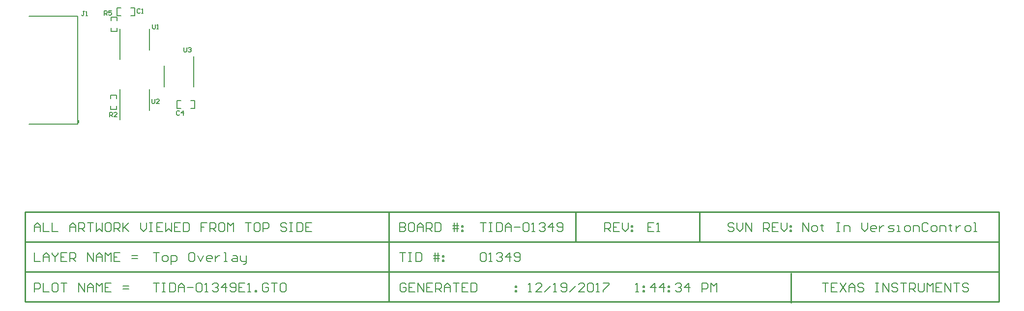
<source format=gto>
G04 Layer_Color=65535*
%FSAX25Y25*%
%MOIN*%
G70*
G01*
G75*
%ADD14C,0.00800*%
%ADD16C,0.01000*%
%ADD23C,0.00787*%
%ADD24C,0.00700*%
%ADD25C,0.00600*%
%ADD26R,0.01047X0.01956*%
G54D14*
X0126900Y0073549D02*
X0130899D01*
X0128899D01*
Y0067551D01*
X0133898D02*
X0135897D01*
X0136897Y0068550D01*
Y0070550D01*
X0135897Y0071549D01*
X0133898D01*
X0132898Y0070550D01*
Y0068550D01*
X0133898Y0067551D01*
X0138896Y0065551D02*
Y0071549D01*
X0141895D01*
X0142895Y0070550D01*
Y0068550D01*
X0141895Y0067551D01*
X0138896D01*
X0153891Y0073549D02*
X0151892D01*
X0150892Y0072549D01*
Y0068550D01*
X0151892Y0067551D01*
X0153891D01*
X0154891Y0068550D01*
Y0072549D01*
X0153891Y0073549D01*
X0156890Y0071549D02*
X0158890Y0067551D01*
X0160889Y0071549D01*
X0165887Y0067551D02*
X0163888D01*
X0162888Y0068550D01*
Y0070550D01*
X0163888Y0071549D01*
X0165887D01*
X0166887Y0070550D01*
Y0069550D01*
X0162888D01*
X0168886Y0071549D02*
Y0067551D01*
Y0069550D01*
X0169886Y0070550D01*
X0170886Y0071549D01*
X0171885D01*
X0174884Y0067551D02*
X0176884D01*
X0175884D01*
Y0073549D01*
X0174884D01*
X0180883Y0071549D02*
X0182882D01*
X0183882Y0070550D01*
Y0067551D01*
X0180883D01*
X0179883Y0068550D01*
X0180883Y0069550D01*
X0183882D01*
X0185881Y0071549D02*
Y0068550D01*
X0186881Y0067551D01*
X0189880D01*
Y0066551D01*
X0188880Y0065551D01*
X0187880D01*
X0189880Y0067551D02*
Y0071549D01*
X0567400Y0087833D02*
Y0093831D01*
X0571399Y0087833D01*
Y0093831D01*
X0574398Y0087833D02*
X0576397D01*
X0577397Y0088833D01*
Y0090832D01*
X0576397Y0091832D01*
X0574398D01*
X0573398Y0090832D01*
Y0088833D01*
X0574398Y0087833D01*
X0580396Y0092832D02*
Y0091832D01*
X0579396D01*
X0581395D01*
X0580396D01*
Y0088833D01*
X0581395Y0087833D01*
X0590393Y0093831D02*
X0592392D01*
X0591392D01*
Y0087833D01*
X0590393D01*
X0592392D01*
X0595391D02*
Y0091832D01*
X0598390D01*
X0599390Y0090832D01*
Y0087833D01*
X0607387Y0093831D02*
Y0089833D01*
X0609386Y0087833D01*
X0611386Y0089833D01*
Y0093831D01*
X0616384Y0087833D02*
X0614385D01*
X0613385Y0088833D01*
Y0090832D01*
X0614385Y0091832D01*
X0616384D01*
X0617384Y0090832D01*
Y0089833D01*
X0613385D01*
X0619383Y0091832D02*
Y0087833D01*
Y0089833D01*
X0620383Y0090832D01*
X0621383Y0091832D01*
X0622382D01*
X0625381Y0087833D02*
X0628380D01*
X0629380Y0088833D01*
X0628380Y0089833D01*
X0626381D01*
X0625381Y0090832D01*
X0626381Y0091832D01*
X0629380D01*
X0631379Y0087833D02*
X0633379D01*
X0632379D01*
Y0091832D01*
X0631379D01*
X0637377Y0087833D02*
X0639377D01*
X0640376Y0088833D01*
Y0090832D01*
X0639377Y0091832D01*
X0637377D01*
X0636378Y0090832D01*
Y0088833D01*
X0637377Y0087833D01*
X0642376D02*
Y0091832D01*
X0645375D01*
X0646374Y0090832D01*
Y0087833D01*
X0652373Y0092832D02*
X0651373Y0093831D01*
X0649373D01*
X0648374Y0092832D01*
Y0088833D01*
X0649373Y0087833D01*
X0651373D01*
X0652373Y0088833D01*
X0655372Y0087833D02*
X0657371D01*
X0658371Y0088833D01*
Y0090832D01*
X0657371Y0091832D01*
X0655372D01*
X0654372Y0090832D01*
Y0088833D01*
X0655372Y0087833D01*
X0660370D02*
Y0091832D01*
X0663369D01*
X0664369Y0090832D01*
Y0087833D01*
X0667368Y0092832D02*
Y0091832D01*
X0666368D01*
X0668367D01*
X0667368D01*
Y0088833D01*
X0668367Y0087833D01*
X0671366Y0091832D02*
Y0087833D01*
Y0089833D01*
X0672366Y0090832D01*
X0673366Y0091832D01*
X0674365D01*
X0678364Y0087833D02*
X0680364D01*
X0681363Y0088833D01*
Y0090832D01*
X0680364Y0091832D01*
X0678364D01*
X0677364Y0090832D01*
Y0088833D01*
X0678364Y0087833D01*
X0683362D02*
X0685362D01*
X0684362D01*
Y0093831D01*
X0683362D01*
X0520799Y0092832D02*
X0519799Y0093831D01*
X0517800D01*
X0516800Y0092832D01*
Y0091832D01*
X0517800Y0090832D01*
X0519799D01*
X0520799Y0089833D01*
Y0088833D01*
X0519799Y0087833D01*
X0517800D01*
X0516800Y0088833D01*
X0522798Y0093831D02*
Y0089833D01*
X0524797Y0087833D01*
X0526797Y0089833D01*
Y0093831D01*
X0528796Y0087833D02*
Y0093831D01*
X0532795Y0087833D01*
Y0093831D01*
X0540792Y0087833D02*
Y0093831D01*
X0543791D01*
X0544791Y0092832D01*
Y0090832D01*
X0543791Y0089833D01*
X0540792D01*
X0542792D02*
X0544791Y0087833D01*
X0550789Y0093831D02*
X0546790D01*
Y0087833D01*
X0550789D01*
X0546790Y0090832D02*
X0548790D01*
X0552788Y0093831D02*
Y0089833D01*
X0554788Y0087833D01*
X0556787Y0089833D01*
Y0093831D01*
X0558786Y0091832D02*
X0559786D01*
Y0090832D01*
X0558786D01*
Y0091832D01*
Y0088833D02*
X0559786D01*
Y0087833D01*
X0558786D01*
Y0088833D01*
X0433000Y0087833D02*
Y0093831D01*
X0435999D01*
X0436999Y0092832D01*
Y0090832D01*
X0435999Y0089833D01*
X0433000D01*
X0434999D02*
X0436999Y0087833D01*
X0442997Y0093831D02*
X0438998D01*
Y0087833D01*
X0442997D01*
X0438998Y0090832D02*
X0440997D01*
X0444996Y0093831D02*
Y0089833D01*
X0446995Y0087833D01*
X0448995Y0089833D01*
Y0093831D01*
X0450994Y0091832D02*
X0451994D01*
Y0090832D01*
X0450994D01*
Y0091832D01*
Y0088833D02*
X0451994D01*
Y0087833D01*
X0450994D01*
Y0088833D01*
X0126900Y0052965D02*
X0130899D01*
X0128899D01*
Y0046966D01*
X0132898Y0052965D02*
X0134897D01*
X0133898D01*
Y0046966D01*
X0132898D01*
X0134897D01*
X0137896Y0052965D02*
Y0046966D01*
X0140895D01*
X0141895Y0047966D01*
Y0051965D01*
X0140895Y0052965D01*
X0137896D01*
X0143895Y0046966D02*
Y0050965D01*
X0145894Y0052965D01*
X0147893Y0050965D01*
Y0046966D01*
Y0049966D01*
X0143895D01*
X0149893D02*
X0153891D01*
X0155891Y0051965D02*
X0156890Y0052965D01*
X0158890D01*
X0159889Y0051965D01*
Y0047966D01*
X0158890Y0046966D01*
X0156890D01*
X0155891Y0047966D01*
Y0051965D01*
X0161889Y0046966D02*
X0163888D01*
X0162888D01*
Y0052965D01*
X0161889Y0051965D01*
X0166887D02*
X0167887Y0052965D01*
X0169886D01*
X0170886Y0051965D01*
Y0050965D01*
X0169886Y0049966D01*
X0168886D01*
X0169886D01*
X0170886Y0048966D01*
Y0047966D01*
X0169886Y0046966D01*
X0167887D01*
X0166887Y0047966D01*
X0175884Y0046966D02*
Y0052965D01*
X0172885Y0049966D01*
X0176884D01*
X0178883Y0047966D02*
X0179883Y0046966D01*
X0181882D01*
X0182882Y0047966D01*
Y0051965D01*
X0181882Y0052965D01*
X0179883D01*
X0178883Y0051965D01*
Y0050965D01*
X0179883Y0049966D01*
X0182882D01*
X0188880Y0052965D02*
X0184881D01*
Y0046966D01*
X0188880D01*
X0184881Y0049966D02*
X0186881D01*
X0190879Y0046966D02*
X0192879D01*
X0191879D01*
Y0052965D01*
X0190879Y0051965D01*
X0195878Y0046966D02*
Y0047966D01*
X0196877D01*
Y0046966D01*
X0195878D01*
X0204875Y0051965D02*
X0203875Y0052965D01*
X0201876D01*
X0200876Y0051965D01*
Y0047966D01*
X0201876Y0046966D01*
X0203875D01*
X0204875Y0047966D01*
Y0049966D01*
X0202875D01*
X0206874Y0052965D02*
X0210873D01*
X0208874D01*
Y0046966D01*
X0215871Y0052965D02*
X0213872D01*
X0212872Y0051965D01*
Y0047966D01*
X0213872Y0046966D01*
X0215871D01*
X0216871Y0047966D01*
Y0051965D01*
X0215871Y0052965D01*
X0381150Y0046966D02*
X0383149D01*
X0382150D01*
Y0052965D01*
X0381150Y0051965D01*
X0390147Y0046966D02*
X0386148D01*
X0390147Y0050965D01*
Y0051965D01*
X0389147Y0052965D01*
X0387148D01*
X0386148Y0051965D01*
X0392146Y0046966D02*
X0396145Y0050965D01*
X0398145Y0046966D02*
X0400144D01*
X0399144D01*
Y0052965D01*
X0398145Y0051965D01*
X0403143Y0047966D02*
X0404143Y0046966D01*
X0406142D01*
X0407142Y0047966D01*
Y0051965D01*
X0406142Y0052965D01*
X0404143D01*
X0403143Y0051965D01*
Y0050965D01*
X0404143Y0049966D01*
X0407142D01*
X0409141Y0046966D02*
X0413140Y0050965D01*
X0419138Y0046966D02*
X0415139D01*
X0419138Y0050965D01*
Y0051965D01*
X0418138Y0052965D01*
X0416139D01*
X0415139Y0051965D01*
X0421137D02*
X0422137Y0052965D01*
X0424136D01*
X0425136Y0051965D01*
Y0047966D01*
X0424136Y0046966D01*
X0422137D01*
X0421137Y0047966D01*
Y0051965D01*
X0427135Y0046966D02*
X0429135D01*
X0428135D01*
Y0052965D01*
X0427135Y0051965D01*
X0432133Y0052965D02*
X0436132D01*
Y0051965D01*
X0432133Y0047966D01*
Y0046966D01*
X0298199Y0051965D02*
X0297199Y0052965D01*
X0295200D01*
X0294200Y0051965D01*
Y0047966D01*
X0295200Y0046966D01*
X0297199D01*
X0298199Y0047966D01*
Y0049966D01*
X0296199D01*
X0304197Y0052965D02*
X0300198D01*
Y0046966D01*
X0304197D01*
X0300198Y0049966D02*
X0302197D01*
X0306196Y0046966D02*
Y0052965D01*
X0310195Y0046966D01*
Y0052965D01*
X0316193D02*
X0312194D01*
Y0046966D01*
X0316193D01*
X0312194Y0049966D02*
X0314194D01*
X0318192Y0046966D02*
Y0052965D01*
X0321191D01*
X0322191Y0051965D01*
Y0049966D01*
X0321191Y0048966D01*
X0318192D01*
X0320192D02*
X0322191Y0046966D01*
X0324190D02*
Y0050965D01*
X0326190Y0052965D01*
X0328189Y0050965D01*
Y0046966D01*
Y0049966D01*
X0324190D01*
X0330188Y0052965D02*
X0334187D01*
X0332188D01*
Y0046966D01*
X0340185Y0052965D02*
X0336186D01*
Y0046966D01*
X0340185D01*
X0336186Y0049966D02*
X0338186D01*
X0342184Y0052965D02*
Y0046966D01*
X0345183D01*
X0346183Y0047966D01*
Y0051965D01*
X0345183Y0052965D01*
X0342184D01*
X0372175Y0050965D02*
X0373175D01*
Y0049966D01*
X0372175D01*
Y0050965D01*
Y0047966D02*
X0373175D01*
Y0046966D01*
X0372175D01*
Y0047966D01*
X0046350Y0087833D02*
Y0091832D01*
X0048349Y0093831D01*
X0050349Y0091832D01*
Y0087833D01*
Y0090832D01*
X0046350D01*
X0052348Y0093831D02*
Y0087833D01*
X0056347D01*
X0058346Y0093831D02*
Y0087833D01*
X0062345D01*
X0070342D02*
Y0091832D01*
X0072342Y0093831D01*
X0074341Y0091832D01*
Y0087833D01*
Y0090832D01*
X0070342D01*
X0076340Y0087833D02*
Y0093831D01*
X0079339D01*
X0080339Y0092832D01*
Y0090832D01*
X0079339Y0089833D01*
X0076340D01*
X0078340D02*
X0080339Y0087833D01*
X0082338Y0093831D02*
X0086337D01*
X0084338D01*
Y0087833D01*
X0088336Y0093831D02*
Y0087833D01*
X0090336Y0089833D01*
X0092335Y0087833D01*
Y0093831D01*
X0097334D02*
X0095334D01*
X0094335Y0092832D01*
Y0088833D01*
X0095334Y0087833D01*
X0097334D01*
X0098333Y0088833D01*
Y0092832D01*
X0097334Y0093831D01*
X0100332Y0087833D02*
Y0093831D01*
X0103332D01*
X0104331Y0092832D01*
Y0090832D01*
X0103332Y0089833D01*
X0100332D01*
X0102332D02*
X0104331Y0087833D01*
X0106331Y0093831D02*
Y0087833D01*
Y0089833D01*
X0110329Y0093831D01*
X0107330Y0090832D01*
X0110329Y0087833D01*
X0118327Y0093831D02*
Y0089833D01*
X0120326Y0087833D01*
X0122325Y0089833D01*
Y0093831D01*
X0124325D02*
X0126324D01*
X0125324D01*
Y0087833D01*
X0124325D01*
X0126324D01*
X0133322Y0093831D02*
X0129323D01*
Y0087833D01*
X0133322D01*
X0129323Y0090832D02*
X0131323D01*
X0135321Y0093831D02*
Y0087833D01*
X0137321Y0089833D01*
X0139320Y0087833D01*
Y0093831D01*
X0145318D02*
X0141319D01*
Y0087833D01*
X0145318D01*
X0141319Y0090832D02*
X0143319D01*
X0147317Y0093831D02*
Y0087833D01*
X0150316D01*
X0151316Y0088833D01*
Y0092832D01*
X0150316Y0093831D01*
X0147317D01*
X0163312D02*
X0159313D01*
Y0090832D01*
X0161313D01*
X0159313D01*
Y0087833D01*
X0165312D02*
Y0093831D01*
X0168310D01*
X0169310Y0092832D01*
Y0090832D01*
X0168310Y0089833D01*
X0165312D01*
X0167311D02*
X0169310Y0087833D01*
X0174309Y0093831D02*
X0172309D01*
X0171310Y0092832D01*
Y0088833D01*
X0172309Y0087833D01*
X0174309D01*
X0175308Y0088833D01*
Y0092832D01*
X0174309Y0093831D01*
X0177308Y0087833D02*
Y0093831D01*
X0179307Y0091832D01*
X0181306Y0093831D01*
Y0087833D01*
X0189304Y0093831D02*
X0193303D01*
X0191303D01*
Y0087833D01*
X0198301Y0093831D02*
X0196301D01*
X0195302Y0092832D01*
Y0088833D01*
X0196301Y0087833D01*
X0198301D01*
X0199301Y0088833D01*
Y0092832D01*
X0198301Y0093831D01*
X0201300Y0087833D02*
Y0093831D01*
X0204299D01*
X0205299Y0092832D01*
Y0090832D01*
X0204299Y0089833D01*
X0201300D01*
X0217295Y0092832D02*
X0216295Y0093831D01*
X0214296D01*
X0213296Y0092832D01*
Y0091832D01*
X0214296Y0090832D01*
X0216295D01*
X0217295Y0089833D01*
Y0088833D01*
X0216295Y0087833D01*
X0214296D01*
X0213296Y0088833D01*
X0219294Y0093831D02*
X0221293D01*
X0220294D01*
Y0087833D01*
X0219294D01*
X0221293D01*
X0224292Y0093831D02*
Y0087833D01*
X0227291D01*
X0228291Y0088833D01*
Y0092832D01*
X0227291Y0093831D01*
X0224292D01*
X0234289D02*
X0230291D01*
Y0087833D01*
X0234289D01*
X0230291Y0090832D02*
X0232290D01*
X0466149Y0093831D02*
X0462150D01*
Y0087833D01*
X0466149D01*
X0462150Y0090832D02*
X0464149D01*
X0468148Y0087833D02*
X0470147D01*
X0469148D01*
Y0093831D01*
X0468148Y0092832D01*
X0348550Y0093831D02*
X0352549D01*
X0350549D01*
Y0087833D01*
X0354548Y0093831D02*
X0356547D01*
X0355548D01*
Y0087833D01*
X0354548D01*
X0356547D01*
X0359546Y0093831D02*
Y0087833D01*
X0362545D01*
X0363545Y0088833D01*
Y0092832D01*
X0362545Y0093831D01*
X0359546D01*
X0365545Y0087833D02*
Y0091832D01*
X0367544Y0093831D01*
X0369543Y0091832D01*
Y0087833D01*
Y0090832D01*
X0365545D01*
X0371543D02*
X0375541D01*
X0377541Y0092832D02*
X0378540Y0093831D01*
X0380540D01*
X0381539Y0092832D01*
Y0088833D01*
X0380540Y0087833D01*
X0378540D01*
X0377541Y0088833D01*
Y0092832D01*
X0383539Y0087833D02*
X0385538D01*
X0384538D01*
Y0093831D01*
X0383539Y0092832D01*
X0388537D02*
X0389537Y0093831D01*
X0391536D01*
X0392536Y0092832D01*
Y0091832D01*
X0391536Y0090832D01*
X0390536D01*
X0391536D01*
X0392536Y0089833D01*
Y0088833D01*
X0391536Y0087833D01*
X0389537D01*
X0388537Y0088833D01*
X0397534Y0087833D02*
Y0093831D01*
X0394535Y0090832D01*
X0398534D01*
X0400533Y0088833D02*
X0401533Y0087833D01*
X0403532D01*
X0404532Y0088833D01*
Y0092832D01*
X0403532Y0093831D01*
X0401533D01*
X0400533Y0092832D01*
Y0091832D01*
X0401533Y0090832D01*
X0404532D01*
X0294000Y0093831D02*
Y0087833D01*
X0296999D01*
X0297999Y0088833D01*
Y0089833D01*
X0296999Y0090832D01*
X0294000D01*
X0296999D01*
X0297999Y0091832D01*
Y0092832D01*
X0296999Y0093831D01*
X0294000D01*
X0302997D02*
X0300998D01*
X0299998Y0092832D01*
Y0088833D01*
X0300998Y0087833D01*
X0302997D01*
X0303997Y0088833D01*
Y0092832D01*
X0302997Y0093831D01*
X0305996Y0087833D02*
Y0091832D01*
X0307996Y0093831D01*
X0309995Y0091832D01*
Y0087833D01*
Y0090832D01*
X0305996D01*
X0311994Y0087833D02*
Y0093831D01*
X0314993D01*
X0315993Y0092832D01*
Y0090832D01*
X0314993Y0089833D01*
X0311994D01*
X0313994D02*
X0315993Y0087833D01*
X0317992Y0093831D02*
Y0087833D01*
X0320991D01*
X0321991Y0088833D01*
Y0092832D01*
X0320991Y0093831D01*
X0317992D01*
X0330988Y0087833D02*
Y0093831D01*
X0332987D02*
Y0087833D01*
X0329988Y0091832D02*
X0332987D01*
X0333987D01*
X0329988Y0089833D02*
X0333987D01*
X0335986Y0091832D02*
X0336986D01*
Y0090832D01*
X0335986D01*
Y0091832D01*
Y0088833D02*
X0336986D01*
Y0087833D01*
X0335986D01*
Y0088833D01*
X0046350Y0073549D02*
Y0067551D01*
X0050349D01*
X0052348D02*
Y0071549D01*
X0054347Y0073549D01*
X0056347Y0071549D01*
Y0067551D01*
Y0070550D01*
X0052348D01*
X0058346Y0073549D02*
Y0072549D01*
X0060346Y0070550D01*
X0062345Y0072549D01*
Y0073549D01*
X0060346Y0070550D02*
Y0067551D01*
X0068343Y0073549D02*
X0064344D01*
Y0067551D01*
X0068343D01*
X0064344Y0070550D02*
X0066343D01*
X0070342Y0067551D02*
Y0073549D01*
X0073341D01*
X0074341Y0072549D01*
Y0070550D01*
X0073341Y0069550D01*
X0070342D01*
X0072342D02*
X0074341Y0067551D01*
X0082338D02*
Y0073549D01*
X0086337Y0067551D01*
Y0073549D01*
X0088336Y0067551D02*
Y0071549D01*
X0090336Y0073549D01*
X0092335Y0071549D01*
Y0067551D01*
Y0070550D01*
X0088336D01*
X0094335Y0067551D02*
Y0073549D01*
X0096334Y0071549D01*
X0098333Y0073549D01*
Y0067551D01*
X0104331Y0073549D02*
X0100332D01*
Y0067551D01*
X0104331D01*
X0100332Y0070550D02*
X0102332D01*
X0112329Y0069550D02*
X0116327D01*
X0112329Y0071549D02*
X0116327D01*
X0046350Y0046966D02*
Y0052965D01*
X0049349D01*
X0050349Y0051965D01*
Y0049966D01*
X0049349Y0048966D01*
X0046350D01*
X0052348Y0052965D02*
Y0046966D01*
X0056347D01*
X0061345Y0052965D02*
X0059346D01*
X0058346Y0051965D01*
Y0047966D01*
X0059346Y0046966D01*
X0061345D01*
X0062345Y0047966D01*
Y0051965D01*
X0061345Y0052965D01*
X0064344D02*
X0068343D01*
X0066343D01*
Y0046966D01*
X0076340D02*
Y0052965D01*
X0080339Y0046966D01*
Y0052965D01*
X0082338Y0046966D02*
Y0050965D01*
X0084338Y0052965D01*
X0086337Y0050965D01*
Y0046966D01*
Y0049966D01*
X0082338D01*
X0088336Y0046966D02*
Y0052965D01*
X0090336Y0050965D01*
X0092335Y0052965D01*
Y0046966D01*
X0098333Y0052965D02*
X0094335D01*
Y0046966D01*
X0098333D01*
X0094335Y0049966D02*
X0096334D01*
X0106331Y0048966D02*
X0110329D01*
X0106331Y0050965D02*
X0110329D01*
X0454050Y0046966D02*
X0456049D01*
X0455050D01*
Y0052965D01*
X0454050Y0051965D01*
X0459048Y0050965D02*
X0460048D01*
Y0049966D01*
X0459048D01*
Y0050965D01*
Y0047966D02*
X0460048D01*
Y0046966D01*
X0459048D01*
Y0047966D01*
X0467046Y0046966D02*
Y0052965D01*
X0464047Y0049966D01*
X0468046D01*
X0473044Y0046966D02*
Y0052965D01*
X0470045Y0049966D01*
X0474044D01*
X0476043Y0050965D02*
X0477043D01*
Y0049966D01*
X0476043D01*
Y0050965D01*
Y0047966D02*
X0477043D01*
Y0046966D01*
X0476043D01*
Y0047966D01*
X0481041Y0051965D02*
X0482041Y0052965D01*
X0484040D01*
X0485040Y0051965D01*
Y0050965D01*
X0484040Y0049966D01*
X0483041D01*
X0484040D01*
X0485040Y0048966D01*
Y0047966D01*
X0484040Y0046966D01*
X0482041D01*
X0481041Y0047966D01*
X0490038Y0046966D02*
Y0052965D01*
X0487039Y0049966D01*
X0491038D01*
X0499035Y0046966D02*
Y0052965D01*
X0502035D01*
X0503034Y0051965D01*
Y0049966D01*
X0502035Y0048966D01*
X0499035D01*
X0505033Y0046966D02*
Y0052965D01*
X0507033Y0050965D01*
X0509032Y0052965D01*
Y0046966D01*
X0580500Y0052965D02*
X0584499D01*
X0582499D01*
Y0046966D01*
X0590497Y0052965D02*
X0586498D01*
Y0046966D01*
X0590497D01*
X0586498Y0049966D02*
X0588497D01*
X0592496Y0052965D02*
X0596495Y0046966D01*
Y0052965D02*
X0592496Y0046966D01*
X0598494D02*
Y0050965D01*
X0600493Y0052965D01*
X0602493Y0050965D01*
Y0046966D01*
Y0049966D01*
X0598494D01*
X0608491Y0051965D02*
X0607491Y0052965D01*
X0605492D01*
X0604492Y0051965D01*
Y0050965D01*
X0605492Y0049966D01*
X0607491D01*
X0608491Y0048966D01*
Y0047966D01*
X0607491Y0046966D01*
X0605492D01*
X0604492Y0047966D01*
X0616488Y0052965D02*
X0618488D01*
X0617488D01*
Y0046966D01*
X0616488D01*
X0618488D01*
X0621487D02*
Y0052965D01*
X0625486Y0046966D01*
Y0052965D01*
X0631484Y0051965D02*
X0630484Y0052965D01*
X0628484D01*
X0627485Y0051965D01*
Y0050965D01*
X0628484Y0049966D01*
X0630484D01*
X0631484Y0048966D01*
Y0047966D01*
X0630484Y0046966D01*
X0628484D01*
X0627485Y0047966D01*
X0633483Y0052965D02*
X0637482D01*
X0635482D01*
Y0046966D01*
X0639481D02*
Y0052965D01*
X0642480D01*
X0643480Y0051965D01*
Y0049966D01*
X0642480Y0048966D01*
X0639481D01*
X0641480D02*
X0643480Y0046966D01*
X0645479Y0052965D02*
Y0047966D01*
X0646479Y0046966D01*
X0648478D01*
X0649478Y0047966D01*
Y0052965D01*
X0651477Y0046966D02*
Y0052965D01*
X0653476Y0050965D01*
X0655476Y0052965D01*
Y0046966D01*
X0661474Y0052965D02*
X0657475D01*
Y0046966D01*
X0661474D01*
X0657475Y0049966D02*
X0659474D01*
X0663473Y0046966D02*
Y0052965D01*
X0667472Y0046966D01*
Y0052965D01*
X0669471D02*
X0673470D01*
X0671471D01*
Y0046966D01*
X0679468Y0051965D02*
X0678468Y0052965D01*
X0676469D01*
X0675469Y0051965D01*
Y0050965D01*
X0676469Y0049966D01*
X0678468D01*
X0679468Y0048966D01*
Y0047966D01*
X0678468Y0046966D01*
X0676469D01*
X0675469Y0047966D01*
X0294000Y0073498D02*
X0297999D01*
X0295999D01*
Y0067500D01*
X0299998Y0073498D02*
X0301997D01*
X0300998D01*
Y0067500D01*
X0299998D01*
X0301997D01*
X0304996Y0073498D02*
Y0067500D01*
X0307996D01*
X0308995Y0068500D01*
Y0072498D01*
X0307996Y0073498D01*
X0304996D01*
X0317992Y0067500D02*
Y0073498D01*
X0319992D02*
Y0067500D01*
X0316993Y0071499D02*
X0319992D01*
X0320991D01*
X0316993Y0069499D02*
X0320991D01*
X0322991Y0071499D02*
X0323990D01*
Y0070499D01*
X0322991D01*
Y0071499D01*
Y0068500D02*
X0323990D01*
Y0067500D01*
X0322991D01*
Y0068500D01*
X0348550Y0072498D02*
X0349550Y0073498D01*
X0351549D01*
X0352549Y0072498D01*
Y0068500D01*
X0351549Y0067500D01*
X0349550D01*
X0348550Y0068500D01*
Y0072498D01*
X0354548Y0067500D02*
X0356547D01*
X0355548D01*
Y0073498D01*
X0354548Y0072498D01*
X0359546D02*
X0360546Y0073498D01*
X0362545D01*
X0363545Y0072498D01*
Y0071499D01*
X0362545Y0070499D01*
X0361546D01*
X0362545D01*
X0363545Y0069499D01*
Y0068500D01*
X0362545Y0067500D01*
X0360546D01*
X0359546Y0068500D01*
X0368544Y0067500D02*
Y0073498D01*
X0365545Y0070499D01*
X0369543D01*
X0371543Y0068500D02*
X0372542Y0067500D01*
X0374542D01*
X0375541Y0068500D01*
Y0072498D01*
X0374542Y0073498D01*
X0372542D01*
X0371543Y0072498D01*
Y0071499D01*
X0372542Y0070499D01*
X0375541D01*
G54D16*
X0497200Y0080717D02*
Y0101050D01*
X0413200Y0080717D02*
Y0101050D01*
X0040000Y0080717D02*
X0700200D01*
X0040000Y0060383D02*
X0700000D01*
X0040000Y0040050D02*
X0440500D01*
X0040050Y0101050D02*
X0700200D01*
X0040050Y0040050D02*
Y0101050D01*
Y0040050D02*
X0197600D01*
X0040000D02*
Y0101050D01*
X0286500Y0040050D02*
Y0101050D01*
X0700200Y0040050D02*
Y0101050D01*
X0440500Y0040050D02*
X0700200D01*
X0559400Y0039400D02*
Y0059683D01*
G54D23*
X0042791Y0234100D02*
X0075700D01*
X0042791Y0160700D02*
X0075700D01*
Y0234100D01*
X0104161Y0205014D02*
Y0225683D01*
X0124239Y0211117D02*
Y0225683D01*
X0104161Y0164014D02*
Y0184684D01*
X0124239Y0170116D02*
Y0184684D01*
X0154239Y0186117D02*
Y0206786D01*
X0134161Y0186117D02*
Y0200683D01*
G54D24*
X0102402Y0234573D02*
X0105000D01*
X0102402D02*
Y0240020D01*
X0105000D01*
X0111800D02*
X0114398D01*
Y0234573D02*
Y0240020D01*
X0111800Y0234573D02*
X0114398D01*
X0152400Y0176827D02*
X0154998D01*
Y0171380D02*
Y0176827D01*
X0152400Y0171380D02*
X0154998D01*
X0143002D02*
X0145600D01*
X0143002D02*
Y0176827D01*
X0145600D01*
X0102350Y0224000D02*
Y0226300D01*
X0098250Y0224000D02*
X0102350D01*
X0098250D02*
Y0226300D01*
X0102350Y0231300D02*
Y0233600D01*
X0098250D02*
X0102350D01*
X0098250Y0231300D02*
Y0233600D01*
X0101950Y0170800D02*
Y0173100D01*
X0097850Y0170800D02*
X0101950D01*
X0097850D02*
Y0173100D01*
X0101950Y0178100D02*
Y0180400D01*
X0097850D02*
X0101950D01*
X0097850Y0178100D02*
Y0180400D01*
G54D25*
X0093600Y0234900D02*
Y0237899D01*
X0095100D01*
X0095599Y0237399D01*
Y0236400D01*
X0095100Y0235900D01*
X0093600D01*
X0094600D02*
X0095599Y0234900D01*
X0098598Y0237899D02*
X0096599D01*
Y0236400D01*
X0097599Y0236899D01*
X0098099D01*
X0098598Y0236400D01*
Y0235400D01*
X0098099Y0234900D01*
X0097099D01*
X0096599Y0235400D01*
X0097300Y0166000D02*
Y0168999D01*
X0098800D01*
X0099299Y0168499D01*
Y0167499D01*
X0098800Y0167000D01*
X0097300D01*
X0098300D02*
X0099299Y0166000D01*
X0102298D02*
X0100299D01*
X0102298Y0167999D01*
Y0168499D01*
X0101799Y0168999D01*
X0100799D01*
X0100299Y0168499D01*
X0117999Y0238699D02*
X0117499Y0239199D01*
X0116500D01*
X0116000Y0238699D01*
Y0236700D01*
X0116500Y0236200D01*
X0117499D01*
X0117999Y0236700D01*
X0118999Y0236200D02*
X0119999D01*
X0119499D01*
Y0239199D01*
X0118999Y0238699D01*
X0144699Y0169399D02*
X0144200Y0169899D01*
X0143200D01*
X0142700Y0169399D01*
Y0167400D01*
X0143200Y0166900D01*
X0144200D01*
X0144699Y0167400D01*
X0147199Y0166900D02*
Y0169899D01*
X0145699Y0168400D01*
X0147698D01*
X0080199Y0237599D02*
X0079200D01*
X0079699D01*
Y0235100D01*
X0079200Y0234600D01*
X0078700D01*
X0078200Y0235100D01*
X0081199Y0234600D02*
X0082199D01*
X0081699D01*
Y0237599D01*
X0081199Y0237099D01*
X0125900Y0177999D02*
Y0175500D01*
X0126400Y0175000D01*
X0127400D01*
X0127899Y0175500D01*
Y0177999D01*
X0130898Y0175000D02*
X0128899D01*
X0130898Y0176999D01*
Y0177499D01*
X0130399Y0177999D01*
X0129399D01*
X0128899Y0177499D01*
X0147600Y0212999D02*
Y0210500D01*
X0148100Y0210000D01*
X0149100D01*
X0149599Y0210500D01*
Y0212999D01*
X0150599Y0212499D02*
X0151099Y0212999D01*
X0152099D01*
X0152598Y0212499D01*
Y0211999D01*
X0152099Y0211500D01*
X0151599D01*
X0152099D01*
X0152598Y0211000D01*
Y0210500D01*
X0152099Y0210000D01*
X0151099D01*
X0150599Y0210500D01*
X0126400Y0228599D02*
Y0226100D01*
X0126900Y0225600D01*
X0127900D01*
X0128399Y0226100D01*
Y0228599D01*
X0129399Y0225600D02*
X0130399D01*
X0129899D01*
Y0228599D01*
X0129399Y0228099D01*
G54D26*
X0076224Y0162453D02*
D03*
M02*

</source>
